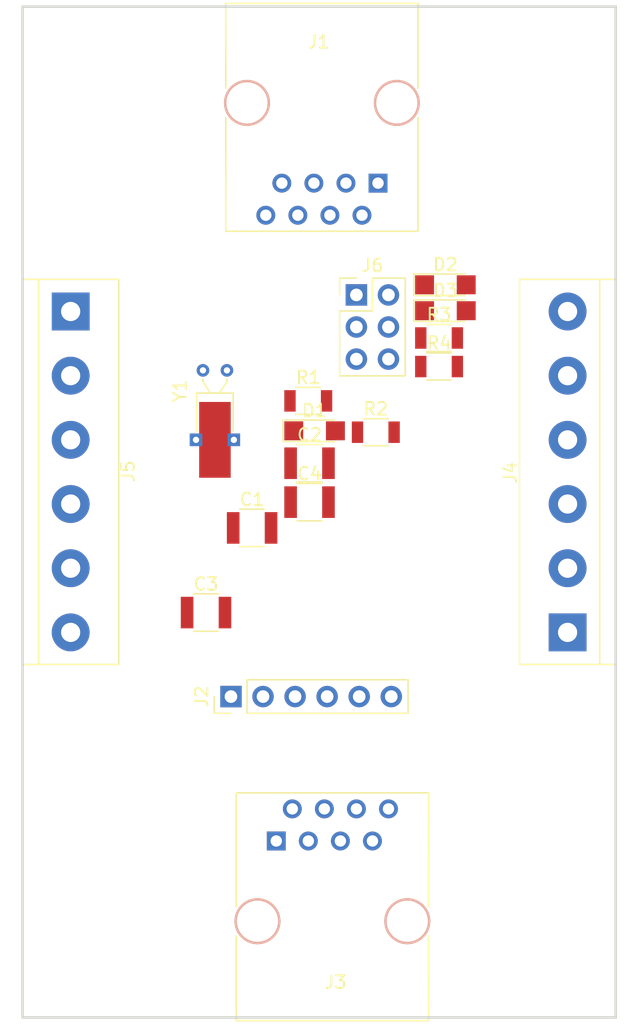
<source format=kicad_pcb>
(kicad_pcb (version 20171130) (host pcbnew 5.0.0-fee4fd1~66~ubuntu18.04.1)

  (general
    (thickness 1.6)
    (drawings 4)
    (tracks 0)
    (zones 0)
    (modules 18)
    (nets 36)
  )

  (page A4)
  (layers
    (0 F.Cu signal)
    (31 B.Cu signal)
    (32 B.Adhes user)
    (33 F.Adhes user)
    (34 B.Paste user)
    (35 F.Paste user)
    (36 B.SilkS user)
    (37 F.SilkS user)
    (38 B.Mask user)
    (39 F.Mask user)
    (40 Dwgs.User user)
    (41 Cmts.User user)
    (42 Eco1.User user)
    (43 Eco2.User user)
    (44 Edge.Cuts user)
    (45 Margin user)
    (46 B.CrtYd user)
    (47 F.CrtYd user)
    (48 B.Fab user)
    (49 F.Fab user)
  )

  (setup
    (last_trace_width 0.25)
    (trace_clearance 0.2)
    (zone_clearance 0.508)
    (zone_45_only no)
    (trace_min 0.2)
    (segment_width 0.2)
    (edge_width 0.15)
    (via_size 0.8)
    (via_drill 0.4)
    (via_min_size 0.4)
    (via_min_drill 0.3)
    (uvia_size 0.3)
    (uvia_drill 0.1)
    (uvias_allowed no)
    (uvia_min_size 0.2)
    (uvia_min_drill 0.1)
    (pcb_text_width 0.3)
    (pcb_text_size 1.5 1.5)
    (mod_edge_width 0.15)
    (mod_text_size 1 1)
    (mod_text_width 0.15)
    (pad_size 1.524 1.524)
    (pad_drill 0.762)
    (pad_to_mask_clearance 0.2)
    (aux_axis_origin 0 0)
    (visible_elements FFFFFF7F)
    (pcbplotparams
      (layerselection 0x010fc_ffffffff)
      (usegerberextensions false)
      (usegerberattributes false)
      (usegerberadvancedattributes false)
      (creategerberjobfile false)
      (excludeedgelayer true)
      (linewidth 0.100000)
      (plotframeref false)
      (viasonmask false)
      (mode 1)
      (useauxorigin false)
      (hpglpennumber 1)
      (hpglpenspeed 20)
      (hpglpendiameter 15.000000)
      (psnegative false)
      (psa4output false)
      (plotreference true)
      (plotvalue true)
      (plotinvisibletext false)
      (padsonsilk false)
      (subtractmaskfromsilk false)
      (outputformat 1)
      (mirror false)
      (drillshape 0)
      (scaleselection 1)
      (outputdirectory "../../../../../tmp/"))
  )

  (net 0 "")
  (net 1 "Net-(C1-Pad1)")
  (net 2 GND)
  (net 3 /RESET)
  (net 4 /DTR)
  (net 5 "Net-(C3-Pad2)")
  (net 6 "Net-(C4-Pad2)")
  (net 7 "Net-(D1-Pad2)")
  (net 8 "Net-(J1-Pad8)")
  (net 9 "Net-(J1-Pad7)")
  (net 10 "Net-(J1-Pad6)")
  (net 11 "Net-(J1-Pad5)")
  (net 12 "Net-(J1-Pad4)")
  (net 13 "Net-(J1-Pad3)")
  (net 14 "Net-(J1-Pad2)")
  (net 15 "Net-(J1-Pad1)")
  (net 16 /TXO)
  (net 17 /RXI)
  (net 18 VCC)
  (net 19 /D13)
  (net 20 "Net-(D2-Pad2)")
  (net 21 "Net-(D3-Pad2)")
  (net 22 /D7)
  (net 23 /D6)
  (net 24 /D5)
  (net 25 /D2)
  (net 26 /D4)
  (net 27 /D3)
  (net 28 /A1)
  (net 29 /A2)
  (net 30 /A0)
  (net 31 /A3)
  (net 32 /A4)
  (net 33 /A5)
  (net 34 /D11)
  (net 35 /D12)

  (net_class Default "This is the default net class."
    (clearance 0.2)
    (trace_width 0.25)
    (via_dia 0.8)
    (via_drill 0.4)
    (uvia_dia 0.3)
    (uvia_drill 0.1)
    (add_net /A0)
    (add_net /A1)
    (add_net /A2)
    (add_net /A3)
    (add_net /A4)
    (add_net /A5)
    (add_net /D11)
    (add_net /D12)
    (add_net /D13)
    (add_net /D2)
    (add_net /D3)
    (add_net /D4)
    (add_net /D5)
    (add_net /D6)
    (add_net /D7)
    (add_net /DTR)
    (add_net /RESET)
    (add_net /RXI)
    (add_net /TXO)
    (add_net GND)
    (add_net "Net-(C1-Pad1)")
    (add_net "Net-(C3-Pad2)")
    (add_net "Net-(C4-Pad2)")
    (add_net "Net-(D1-Pad2)")
    (add_net "Net-(D2-Pad2)")
    (add_net "Net-(D3-Pad2)")
    (add_net "Net-(J1-Pad1)")
    (add_net "Net-(J1-Pad2)")
    (add_net "Net-(J1-Pad3)")
    (add_net "Net-(J1-Pad4)")
    (add_net "Net-(J1-Pad5)")
    (add_net "Net-(J1-Pad6)")
    (add_net "Net-(J1-Pad7)")
    (add_net "Net-(J1-Pad8)")
    (add_net VCC)
  )

  (module Capacitors_SMD:C_1210 (layer F.Cu) (tedit 58AA84E2) (tstamp 5B801FB2)
    (at 108.355001 84.440001)
    (descr "Capacitor SMD 1210, reflow soldering, AVX (see smccp.pdf)")
    (tags "capacitor 1210")
    (path /5B8032BB)
    (attr smd)
    (fp_text reference C1 (at 0 -2.25) (layer F.SilkS)
      (effects (font (size 1 1) (thickness 0.15)))
    )
    (fp_text value 0.1uF (at 0 2.5) (layer F.Fab)
      (effects (font (size 1 1) (thickness 0.15)))
    )
    (fp_text user %R (at 0 -2.25) (layer F.Fab)
      (effects (font (size 1 1) (thickness 0.15)))
    )
    (fp_line (start -1.6 1.25) (end -1.6 -1.25) (layer F.Fab) (width 0.1))
    (fp_line (start 1.6 1.25) (end -1.6 1.25) (layer F.Fab) (width 0.1))
    (fp_line (start 1.6 -1.25) (end 1.6 1.25) (layer F.Fab) (width 0.1))
    (fp_line (start -1.6 -1.25) (end 1.6 -1.25) (layer F.Fab) (width 0.1))
    (fp_line (start 1 -1.48) (end -1 -1.48) (layer F.SilkS) (width 0.12))
    (fp_line (start -1 1.48) (end 1 1.48) (layer F.SilkS) (width 0.12))
    (fp_line (start -2.25 -1.5) (end 2.25 -1.5) (layer F.CrtYd) (width 0.05))
    (fp_line (start -2.25 -1.5) (end -2.25 1.5) (layer F.CrtYd) (width 0.05))
    (fp_line (start 2.25 1.5) (end 2.25 -1.5) (layer F.CrtYd) (width 0.05))
    (fp_line (start 2.25 1.5) (end -2.25 1.5) (layer F.CrtYd) (width 0.05))
    (pad 1 smd rect (at -1.5 0) (size 1 2.5) (layers F.Cu F.Paste F.Mask)
      (net 1 "Net-(C1-Pad1)"))
    (pad 2 smd rect (at 1.5 0) (size 1 2.5) (layers F.Cu F.Paste F.Mask)
      (net 2 GND))
    (model Capacitors_SMD.3dshapes/C_1210.wrl
      (at (xyz 0 0 0))
      (scale (xyz 1 1 1))
      (rotate (xyz 0 0 0))
    )
  )

  (module Capacitors_SMD:C_1210 (layer F.Cu) (tedit 58AA84E2) (tstamp 5B801FC3)
    (at 112.905001 79.320001)
    (descr "Capacitor SMD 1210, reflow soldering, AVX (see smccp.pdf)")
    (tags "capacitor 1210")
    (path /5B801EA3)
    (attr smd)
    (fp_text reference C2 (at 0 -2.25) (layer F.SilkS)
      (effects (font (size 1 1) (thickness 0.15)))
    )
    (fp_text value 0.1uF (at 0 2.5) (layer F.Fab)
      (effects (font (size 1 1) (thickness 0.15)))
    )
    (fp_line (start 2.25 1.5) (end -2.25 1.5) (layer F.CrtYd) (width 0.05))
    (fp_line (start 2.25 1.5) (end 2.25 -1.5) (layer F.CrtYd) (width 0.05))
    (fp_line (start -2.25 -1.5) (end -2.25 1.5) (layer F.CrtYd) (width 0.05))
    (fp_line (start -2.25 -1.5) (end 2.25 -1.5) (layer F.CrtYd) (width 0.05))
    (fp_line (start -1 1.48) (end 1 1.48) (layer F.SilkS) (width 0.12))
    (fp_line (start 1 -1.48) (end -1 -1.48) (layer F.SilkS) (width 0.12))
    (fp_line (start -1.6 -1.25) (end 1.6 -1.25) (layer F.Fab) (width 0.1))
    (fp_line (start 1.6 -1.25) (end 1.6 1.25) (layer F.Fab) (width 0.1))
    (fp_line (start 1.6 1.25) (end -1.6 1.25) (layer F.Fab) (width 0.1))
    (fp_line (start -1.6 1.25) (end -1.6 -1.25) (layer F.Fab) (width 0.1))
    (fp_text user %R (at 0 -2.25) (layer F.Fab)
      (effects (font (size 1 1) (thickness 0.15)))
    )
    (pad 2 smd rect (at 1.5 0) (size 1 2.5) (layers F.Cu F.Paste F.Mask)
      (net 3 /RESET))
    (pad 1 smd rect (at -1.5 0) (size 1 2.5) (layers F.Cu F.Paste F.Mask)
      (net 4 /DTR))
    (model Capacitors_SMD.3dshapes/C_1210.wrl
      (at (xyz 0 0 0))
      (scale (xyz 1 1 1))
      (rotate (xyz 0 0 0))
    )
  )

  (module Capacitors_SMD:C_1210 (layer F.Cu) (tedit 58AA84E2) (tstamp 5B801FD4)
    (at 104.705001 91.140001)
    (descr "Capacitor SMD 1210, reflow soldering, AVX (see smccp.pdf)")
    (tags "capacitor 1210")
    (path /5B80297F)
    (attr smd)
    (fp_text reference C3 (at 0 -2.25) (layer F.SilkS)
      (effects (font (size 1 1) (thickness 0.15)))
    )
    (fp_text value 22pF (at 0 2.5) (layer F.Fab)
      (effects (font (size 1 1) (thickness 0.15)))
    )
    (fp_text user %R (at 0 -2.25) (layer F.Fab)
      (effects (font (size 1 1) (thickness 0.15)))
    )
    (fp_line (start -1.6 1.25) (end -1.6 -1.25) (layer F.Fab) (width 0.1))
    (fp_line (start 1.6 1.25) (end -1.6 1.25) (layer F.Fab) (width 0.1))
    (fp_line (start 1.6 -1.25) (end 1.6 1.25) (layer F.Fab) (width 0.1))
    (fp_line (start -1.6 -1.25) (end 1.6 -1.25) (layer F.Fab) (width 0.1))
    (fp_line (start 1 -1.48) (end -1 -1.48) (layer F.SilkS) (width 0.12))
    (fp_line (start -1 1.48) (end 1 1.48) (layer F.SilkS) (width 0.12))
    (fp_line (start -2.25 -1.5) (end 2.25 -1.5) (layer F.CrtYd) (width 0.05))
    (fp_line (start -2.25 -1.5) (end -2.25 1.5) (layer F.CrtYd) (width 0.05))
    (fp_line (start 2.25 1.5) (end 2.25 -1.5) (layer F.CrtYd) (width 0.05))
    (fp_line (start 2.25 1.5) (end -2.25 1.5) (layer F.CrtYd) (width 0.05))
    (pad 1 smd rect (at -1.5 0) (size 1 2.5) (layers F.Cu F.Paste F.Mask)
      (net 2 GND))
    (pad 2 smd rect (at 1.5 0) (size 1 2.5) (layers F.Cu F.Paste F.Mask)
      (net 5 "Net-(C3-Pad2)"))
    (model Capacitors_SMD.3dshapes/C_1210.wrl
      (at (xyz 0 0 0))
      (scale (xyz 1 1 1))
      (rotate (xyz 0 0 0))
    )
  )

  (module Capacitors_SMD:C_1210 (layer F.Cu) (tedit 58AA84E2) (tstamp 5B801FE5)
    (at 112.905001 82.400001)
    (descr "Capacitor SMD 1210, reflow soldering, AVX (see smccp.pdf)")
    (tags "capacitor 1210")
    (path /5B802A06)
    (attr smd)
    (fp_text reference C4 (at 0 -2.25) (layer F.SilkS)
      (effects (font (size 1 1) (thickness 0.15)))
    )
    (fp_text value 22pF (at 0 2.5) (layer F.Fab)
      (effects (font (size 1 1) (thickness 0.15)))
    )
    (fp_line (start 2.25 1.5) (end -2.25 1.5) (layer F.CrtYd) (width 0.05))
    (fp_line (start 2.25 1.5) (end 2.25 -1.5) (layer F.CrtYd) (width 0.05))
    (fp_line (start -2.25 -1.5) (end -2.25 1.5) (layer F.CrtYd) (width 0.05))
    (fp_line (start -2.25 -1.5) (end 2.25 -1.5) (layer F.CrtYd) (width 0.05))
    (fp_line (start -1 1.48) (end 1 1.48) (layer F.SilkS) (width 0.12))
    (fp_line (start 1 -1.48) (end -1 -1.48) (layer F.SilkS) (width 0.12))
    (fp_line (start -1.6 -1.25) (end 1.6 -1.25) (layer F.Fab) (width 0.1))
    (fp_line (start 1.6 -1.25) (end 1.6 1.25) (layer F.Fab) (width 0.1))
    (fp_line (start 1.6 1.25) (end -1.6 1.25) (layer F.Fab) (width 0.1))
    (fp_line (start -1.6 1.25) (end -1.6 -1.25) (layer F.Fab) (width 0.1))
    (fp_text user %R (at 0 -2.25) (layer F.Fab)
      (effects (font (size 1 1) (thickness 0.15)))
    )
    (pad 2 smd rect (at 1.5 0) (size 1 2.5) (layers F.Cu F.Paste F.Mask)
      (net 6 "Net-(C4-Pad2)"))
    (pad 1 smd rect (at -1.5 0) (size 1 2.5) (layers F.Cu F.Paste F.Mask)
      (net 2 GND))
    (model Capacitors_SMD.3dshapes/C_1210.wrl
      (at (xyz 0 0 0))
      (scale (xyz 1 1 1))
      (rotate (xyz 0 0 0))
    )
  )

  (module LEDs:LED_1206 (layer F.Cu) (tedit 57FE943C) (tstamp 5B801FFA)
    (at 113.305001 76.755001)
    (descr "LED 1206 smd package")
    (tags "LED led 1206 SMD smd SMT smt smdled SMDLED smtled SMTLED")
    (path /5B803F7C)
    (attr smd)
    (fp_text reference D1 (at 0 -1.6) (layer F.SilkS)
      (effects (font (size 1 1) (thickness 0.15)))
    )
    (fp_text value LED (at 0 1.7) (layer F.Fab)
      (effects (font (size 1 1) (thickness 0.15)))
    )
    (fp_line (start -2.65 -1) (end 2.65 -1) (layer F.CrtYd) (width 0.05))
    (fp_line (start -2.65 1) (end -2.65 -1) (layer F.CrtYd) (width 0.05))
    (fp_line (start 2.65 1) (end -2.65 1) (layer F.CrtYd) (width 0.05))
    (fp_line (start 2.65 -1) (end 2.65 1) (layer F.CrtYd) (width 0.05))
    (fp_line (start -2.45 -0.85) (end 1.6 -0.85) (layer F.SilkS) (width 0.12))
    (fp_line (start -2.45 0.85) (end 1.6 0.85) (layer F.SilkS) (width 0.12))
    (fp_line (start -1.6 0.8) (end -1.6 -0.8) (layer F.Fab) (width 0.1))
    (fp_line (start -1.6 -0.8) (end 1.6 -0.8) (layer F.Fab) (width 0.1))
    (fp_line (start 1.6 -0.8) (end 1.6 0.8) (layer F.Fab) (width 0.1))
    (fp_line (start 1.6 0.8) (end -1.6 0.8) (layer F.Fab) (width 0.1))
    (fp_line (start 0.2 -0.4) (end 0.2 0.4) (layer F.Fab) (width 0.1))
    (fp_line (start 0.2 0.4) (end -0.4 0) (layer F.Fab) (width 0.1))
    (fp_line (start -0.4 0) (end 0.2 -0.4) (layer F.Fab) (width 0.1))
    (fp_line (start -0.45 -0.4) (end -0.45 0.4) (layer F.Fab) (width 0.1))
    (fp_line (start -2.5 -0.85) (end -2.5 0.85) (layer F.SilkS) (width 0.12))
    (pad 1 smd rect (at -1.65 0 180) (size 1.5 1.5) (layers F.Cu F.Paste F.Mask)
      (net 2 GND))
    (pad 2 smd rect (at 1.65 0 180) (size 1.5 1.5) (layers F.Cu F.Paste F.Mask)
      (net 7 "Net-(D1-Pad2)"))
    (model ${KISYS3DMOD}/LEDs.3dshapes/LED_1206.wrl
      (at (xyz 0 0 0))
      (scale (xyz 1 1 1))
      (rotate (xyz 0 0 180))
    )
  )

  (module Connect:RJ45_8 (layer F.Cu) (tedit 0) (tstamp 5B8028EA)
    (at 118.33 57.15 180)
    (tags RJ45)
    (path /5B800A27)
    (fp_text reference J1 (at 4.7 11.18 180) (layer F.SilkS)
      (effects (font (size 1 1) (thickness 0.15)))
    )
    (fp_text value 8P8C (at 4.59 6.25 180) (layer F.Fab)
      (effects (font (size 1 1) (thickness 0.15)))
    )
    (fp_line (start 12.46 14.47) (end -3.56 14.47) (layer F.CrtYd) (width 0.05))
    (fp_line (start 12.46 14.47) (end 12.46 -4.06) (layer F.CrtYd) (width 0.05))
    (fp_line (start -3.56 -4.06) (end -3.56 14.47) (layer F.CrtYd) (width 0.05))
    (fp_line (start -3.56 -4.06) (end 12.46 -4.06) (layer F.CrtYd) (width 0.05))
    (fp_line (start -3.17 7.51) (end -3.17 14.22) (layer F.SilkS) (width 0.12))
    (fp_line (start 12.06 7.52) (end 12.07 14.22) (layer F.SilkS) (width 0.12))
    (fp_line (start -3.17 -3.81) (end -3.17 5.19) (layer F.SilkS) (width 0.12))
    (fp_line (start 12.07 -3.81) (end -3.17 -3.81) (layer F.SilkS) (width 0.12))
    (fp_line (start 12.07 -3.81) (end 12.06 5.18) (layer F.SilkS) (width 0.12))
    (fp_line (start -3.17 14.22) (end 12.07 14.22) (layer F.SilkS) (width 0.12))
    (pad 8 thru_hole circle (at 8.89 -2.54 180) (size 1.5 1.5) (drill 0.9) (layers *.Cu *.Mask)
      (net 8 "Net-(J1-Pad8)"))
    (pad 7 thru_hole circle (at 7.62 0 180) (size 1.5 1.5) (drill 0.9) (layers *.Cu *.Mask)
      (net 9 "Net-(J1-Pad7)"))
    (pad 6 thru_hole circle (at 6.35 -2.54 180) (size 1.5 1.5) (drill 0.9) (layers *.Cu *.Mask)
      (net 10 "Net-(J1-Pad6)"))
    (pad 5 thru_hole circle (at 5.08 0 180) (size 1.5 1.5) (drill 0.9) (layers *.Cu *.Mask)
      (net 11 "Net-(J1-Pad5)"))
    (pad 4 thru_hole circle (at 3.81 -2.54 180) (size 1.5 1.5) (drill 0.9) (layers *.Cu *.Mask)
      (net 12 "Net-(J1-Pad4)"))
    (pad 3 thru_hole circle (at 2.54 0 180) (size 1.5 1.5) (drill 0.9) (layers *.Cu *.Mask)
      (net 13 "Net-(J1-Pad3)"))
    (pad 2 thru_hole circle (at 1.27 -2.54 180) (size 1.5 1.5) (drill 0.9) (layers *.Cu *.Mask)
      (net 14 "Net-(J1-Pad2)"))
    (pad 1 thru_hole rect (at 0 0 180) (size 1.5 1.5) (drill 0.9) (layers *.Cu *.Mask)
      (net 15 "Net-(J1-Pad1)"))
    (pad Hole np_thru_hole circle (at -1.49 6.35 180) (size 3.65 3.65) (drill 3.25) (layers *.Cu *.SilkS *.Mask))
    (pad Hole np_thru_hole circle (at 10.38 6.35 180) (size 3.65 3.65) (drill 3.25) (layers *.Cu *.SilkS *.Mask))
    (model ${KISYS3DMOD}/Connectors.3dshapes/RJ45_8.wrl
      (offset (xyz 4.571999931335449 -6.349999904632568 0))
      (scale (xyz 0.4 0.4 0.4))
      (rotate (xyz 0 0 0))
    )
  )

  (module Pin_Headers:Pin_Header_Straight_1x06_Pitch2.54mm (layer F.Cu) (tedit 59650532) (tstamp 5B80202C)
    (at 106.68 97.79 90)
    (descr "Through hole straight pin header, 1x06, 2.54mm pitch, single row")
    (tags "Through hole pin header THT 1x06 2.54mm single row")
    (path /5B80190C)
    (fp_text reference J2 (at 0 -2.33 90) (layer F.SilkS)
      (effects (font (size 1 1) (thickness 0.15)))
    )
    (fp_text value Conn_01x06_Male (at 0 15.03 90) (layer F.Fab)
      (effects (font (size 1 1) (thickness 0.15)))
    )
    (fp_text user %R (at 0 6.35 180) (layer F.Fab)
      (effects (font (size 1 1) (thickness 0.15)))
    )
    (fp_line (start 1.8 -1.8) (end -1.8 -1.8) (layer F.CrtYd) (width 0.05))
    (fp_line (start 1.8 14.5) (end 1.8 -1.8) (layer F.CrtYd) (width 0.05))
    (fp_line (start -1.8 14.5) (end 1.8 14.5) (layer F.CrtYd) (width 0.05))
    (fp_line (start -1.8 -1.8) (end -1.8 14.5) (layer F.CrtYd) (width 0.05))
    (fp_line (start -1.33 -1.33) (end 0 -1.33) (layer F.SilkS) (width 0.12))
    (fp_line (start -1.33 0) (end -1.33 -1.33) (layer F.SilkS) (width 0.12))
    (fp_line (start -1.33 1.27) (end 1.33 1.27) (layer F.SilkS) (width 0.12))
    (fp_line (start 1.33 1.27) (end 1.33 14.03) (layer F.SilkS) (width 0.12))
    (fp_line (start -1.33 1.27) (end -1.33 14.03) (layer F.SilkS) (width 0.12))
    (fp_line (start -1.33 14.03) (end 1.33 14.03) (layer F.SilkS) (width 0.12))
    (fp_line (start -1.27 -0.635) (end -0.635 -1.27) (layer F.Fab) (width 0.1))
    (fp_line (start -1.27 13.97) (end -1.27 -0.635) (layer F.Fab) (width 0.1))
    (fp_line (start 1.27 13.97) (end -1.27 13.97) (layer F.Fab) (width 0.1))
    (fp_line (start 1.27 -1.27) (end 1.27 13.97) (layer F.Fab) (width 0.1))
    (fp_line (start -0.635 -1.27) (end 1.27 -1.27) (layer F.Fab) (width 0.1))
    (pad 6 thru_hole oval (at 0 12.7 90) (size 1.7 1.7) (drill 1) (layers *.Cu *.Mask)
      (net 4 /DTR))
    (pad 5 thru_hole oval (at 0 10.16 90) (size 1.7 1.7) (drill 1) (layers *.Cu *.Mask)
      (net 16 /TXO))
    (pad 4 thru_hole oval (at 0 7.62 90) (size 1.7 1.7) (drill 1) (layers *.Cu *.Mask)
      (net 17 /RXI))
    (pad 3 thru_hole oval (at 0 5.08 90) (size 1.7 1.7) (drill 1) (layers *.Cu *.Mask)
      (net 18 VCC))
    (pad 2 thru_hole oval (at 0 2.54 90) (size 1.7 1.7) (drill 1) (layers *.Cu *.Mask)
      (net 2 GND))
    (pad 1 thru_hole rect (at 0 0 90) (size 1.7 1.7) (drill 1) (layers *.Cu *.Mask)
      (net 2 GND))
    (model ${KISYS3DMOD}/Pin_Headers.3dshapes/Pin_Header_Straight_1x06_Pitch2.54mm.wrl
      (at (xyz 0 0 0))
      (scale (xyz 1 1 1))
      (rotate (xyz 0 0 0))
    )
  )

  (module Connect:RJ45_8 (layer F.Cu) (tedit 0) (tstamp 5B802044)
    (at 110.27 109.22)
    (tags RJ45)
    (path /5B800B3B)
    (fp_text reference J3 (at 4.7 11.18) (layer F.SilkS)
      (effects (font (size 1 1) (thickness 0.15)))
    )
    (fp_text value 8P8C (at 4.59 6.25) (layer F.Fab)
      (effects (font (size 1 1) (thickness 0.15)))
    )
    (fp_line (start -3.17 14.22) (end 12.07 14.22) (layer F.SilkS) (width 0.12))
    (fp_line (start 12.07 -3.81) (end 12.06 5.18) (layer F.SilkS) (width 0.12))
    (fp_line (start 12.07 -3.81) (end -3.17 -3.81) (layer F.SilkS) (width 0.12))
    (fp_line (start -3.17 -3.81) (end -3.17 5.19) (layer F.SilkS) (width 0.12))
    (fp_line (start 12.06 7.52) (end 12.07 14.22) (layer F.SilkS) (width 0.12))
    (fp_line (start -3.17 7.51) (end -3.17 14.22) (layer F.SilkS) (width 0.12))
    (fp_line (start -3.56 -4.06) (end 12.46 -4.06) (layer F.CrtYd) (width 0.05))
    (fp_line (start -3.56 -4.06) (end -3.56 14.47) (layer F.CrtYd) (width 0.05))
    (fp_line (start 12.46 14.47) (end 12.46 -4.06) (layer F.CrtYd) (width 0.05))
    (fp_line (start 12.46 14.47) (end -3.56 14.47) (layer F.CrtYd) (width 0.05))
    (pad Hole np_thru_hole circle (at 10.38 6.35) (size 3.65 3.65) (drill 3.25) (layers *.Cu *.SilkS *.Mask))
    (pad Hole np_thru_hole circle (at -1.49 6.35) (size 3.65 3.65) (drill 3.25) (layers *.Cu *.SilkS *.Mask))
    (pad 1 thru_hole rect (at 0 0) (size 1.5 1.5) (drill 0.9) (layers *.Cu *.Mask)
      (net 15 "Net-(J1-Pad1)"))
    (pad 2 thru_hole circle (at 1.27 -2.54) (size 1.5 1.5) (drill 0.9) (layers *.Cu *.Mask)
      (net 14 "Net-(J1-Pad2)"))
    (pad 3 thru_hole circle (at 2.54 0) (size 1.5 1.5) (drill 0.9) (layers *.Cu *.Mask)
      (net 13 "Net-(J1-Pad3)"))
    (pad 4 thru_hole circle (at 3.81 -2.54) (size 1.5 1.5) (drill 0.9) (layers *.Cu *.Mask)
      (net 12 "Net-(J1-Pad4)"))
    (pad 5 thru_hole circle (at 5.08 0) (size 1.5 1.5) (drill 0.9) (layers *.Cu *.Mask)
      (net 11 "Net-(J1-Pad5)"))
    (pad 6 thru_hole circle (at 6.35 -2.54) (size 1.5 1.5) (drill 0.9) (layers *.Cu *.Mask)
      (net 10 "Net-(J1-Pad6)"))
    (pad 7 thru_hole circle (at 7.62 0) (size 1.5 1.5) (drill 0.9) (layers *.Cu *.Mask)
      (net 9 "Net-(J1-Pad7)"))
    (pad 8 thru_hole circle (at 8.89 -2.54) (size 1.5 1.5) (drill 0.9) (layers *.Cu *.Mask)
      (net 8 "Net-(J1-Pad8)"))
    (model ${KISYS3DMOD}/Connectors.3dshapes/RJ45_8.wrl
      (offset (xyz 4.571999931335449 -6.349999904632568 0))
      (scale (xyz 0.4 0.4 0.4))
      (rotate (xyz 0 0 0))
    )
  )

  (module Terminal_Blocks:TerminalBlock_bornier-6_P5.08mm (layer F.Cu) (tedit 59FF03F5) (tstamp 5B80205D)
    (at 133.35 92.71 90)
    (descr "simple 6pin terminal block, pitch 5.08mm, revamped version of bornier6")
    (tags "terminal block bornier6")
    (path /5B80083C)
    (fp_text reference J4 (at 12.65 -4.55 90) (layer F.SilkS)
      (effects (font (size 1 1) (thickness 0.15)))
    )
    (fp_text value Screw_Terminal_01x06 (at 12.7 4.75 90) (layer F.Fab)
      (effects (font (size 1 1) (thickness 0.15)))
    )
    (fp_line (start 28.15 4) (end -2.75 4) (layer F.CrtYd) (width 0.05))
    (fp_line (start 28.15 4) (end 28.15 -4) (layer F.CrtYd) (width 0.05))
    (fp_line (start -2.75 -4) (end -2.75 4) (layer F.CrtYd) (width 0.05))
    (fp_line (start -2.75 -4) (end 28.15 -4) (layer F.CrtYd) (width 0.05))
    (fp_line (start -2.54 3.81) (end 27.94 3.81) (layer F.SilkS) (width 0.12))
    (fp_line (start -2.54 -3.81) (end 27.94 -3.81) (layer F.SilkS) (width 0.12))
    (fp_line (start -2.54 2.54) (end 27.94 2.54) (layer F.SilkS) (width 0.12))
    (fp_line (start 27.94 3.81) (end 27.94 -3.81) (layer F.SilkS) (width 0.12))
    (fp_line (start -2.54 -3.81) (end -2.54 3.81) (layer F.SilkS) (width 0.12))
    (fp_line (start 27.9 -3.75) (end -2.5 -3.75) (layer F.Fab) (width 0.1))
    (fp_line (start 27.9 3.75) (end 27.9 -3.75) (layer F.Fab) (width 0.1))
    (fp_line (start -2.5 3.75) (end 27.9 3.75) (layer F.Fab) (width 0.1))
    (fp_line (start -2.5 -3.75) (end -2.5 3.75) (layer F.Fab) (width 0.1))
    (fp_line (start -2.5 2.55) (end 27.9 2.55) (layer F.Fab) (width 0.1))
    (fp_text user %R (at 12.7 0 90) (layer F.Fab)
      (effects (font (size 1 1) (thickness 0.15)))
    )
    (pad 6 thru_hole circle (at 25.4 0 90) (size 3 3) (drill 1.52) (layers *.Cu *.Mask)
      (net 22 /D7))
    (pad 5 thru_hole circle (at 20.32 0 90) (size 3 3) (drill 1.52) (layers *.Cu *.Mask)
      (net 23 /D6))
    (pad 4 thru_hole circle (at 15.24 0 90) (size 3 3) (drill 1.52) (layers *.Cu *.Mask)
      (net 24 /D5))
    (pad 1 thru_hole rect (at 0 0 90) (size 3 3) (drill 1.52) (layers *.Cu *.Mask)
      (net 25 /D2))
    (pad 3 thru_hole circle (at 10.16 0 90) (size 3 3) (drill 1.52) (layers *.Cu *.Mask)
      (net 26 /D4))
    (pad 2 thru_hole circle (at 5.08 0 90) (size 3 3) (drill 1.52) (layers *.Cu *.Mask)
      (net 27 /D3))
    (model ${KISYS3DMOD}/Terminal_Blocks.3dshapes/TerminalBlock_bornier-6_P5.08mm.wrl
      (offset (xyz 12.69999980926514 0 0))
      (scale (xyz 1 1 1))
      (rotate (xyz 0 0 0))
    )
  )

  (module Terminal_Blocks:TerminalBlock_bornier-6_P5.08mm (layer F.Cu) (tedit 59FF03F5) (tstamp 5B802076)
    (at 93.98 67.31 270)
    (descr "simple 6pin terminal block, pitch 5.08mm, revamped version of bornier6")
    (tags "terminal block bornier6")
    (path /5B8008D2)
    (fp_text reference J5 (at 12.65 -4.55 270) (layer F.SilkS)
      (effects (font (size 1 1) (thickness 0.15)))
    )
    (fp_text value Screw_Terminal_01x06 (at 12.7 4.75 270) (layer F.Fab)
      (effects (font (size 1 1) (thickness 0.15)))
    )
    (fp_text user %R (at 12.7 0 270) (layer F.Fab)
      (effects (font (size 1 1) (thickness 0.15)))
    )
    (fp_line (start -2.5 2.55) (end 27.9 2.55) (layer F.Fab) (width 0.1))
    (fp_line (start -2.5 -3.75) (end -2.5 3.75) (layer F.Fab) (width 0.1))
    (fp_line (start -2.5 3.75) (end 27.9 3.75) (layer F.Fab) (width 0.1))
    (fp_line (start 27.9 3.75) (end 27.9 -3.75) (layer F.Fab) (width 0.1))
    (fp_line (start 27.9 -3.75) (end -2.5 -3.75) (layer F.Fab) (width 0.1))
    (fp_line (start -2.54 -3.81) (end -2.54 3.81) (layer F.SilkS) (width 0.12))
    (fp_line (start 27.94 3.81) (end 27.94 -3.81) (layer F.SilkS) (width 0.12))
    (fp_line (start -2.54 2.54) (end 27.94 2.54) (layer F.SilkS) (width 0.12))
    (fp_line (start -2.54 -3.81) (end 27.94 -3.81) (layer F.SilkS) (width 0.12))
    (fp_line (start -2.54 3.81) (end 27.94 3.81) (layer F.SilkS) (width 0.12))
    (fp_line (start -2.75 -4) (end 28.15 -4) (layer F.CrtYd) (width 0.05))
    (fp_line (start -2.75 -4) (end -2.75 4) (layer F.CrtYd) (width 0.05))
    (fp_line (start 28.15 4) (end 28.15 -4) (layer F.CrtYd) (width 0.05))
    (fp_line (start 28.15 4) (end -2.75 4) (layer F.CrtYd) (width 0.05))
    (pad 2 thru_hole circle (at 5.08 0 270) (size 3 3) (drill 1.52) (layers *.Cu *.Mask)
      (net 28 /A1))
    (pad 3 thru_hole circle (at 10.16 0 270) (size 3 3) (drill 1.52) (layers *.Cu *.Mask)
      (net 29 /A2))
    (pad 1 thru_hole rect (at 0 0 270) (size 3 3) (drill 1.52) (layers *.Cu *.Mask)
      (net 30 /A0))
    (pad 4 thru_hole circle (at 15.24 0 270) (size 3 3) (drill 1.52) (layers *.Cu *.Mask)
      (net 31 /A3))
    (pad 5 thru_hole circle (at 20.32 0 270) (size 3 3) (drill 1.52) (layers *.Cu *.Mask)
      (net 32 /A4))
    (pad 6 thru_hole circle (at 25.4 0 270) (size 3 3) (drill 1.52) (layers *.Cu *.Mask)
      (net 33 /A5))
    (model ${KISYS3DMOD}/Terminal_Blocks.3dshapes/TerminalBlock_bornier-6_P5.08mm.wrl
      (offset (xyz 12.69999980926514 0 0))
      (scale (xyz 1 1 1))
      (rotate (xyz 0 0 0))
    )
  )

  (module Resistors_SMD:R_1206 (layer F.Cu) (tedit 58E0A804) (tstamp 5B802087)
    (at 112.805001 74.385001)
    (descr "Resistor SMD 1206, reflow soldering, Vishay (see dcrcw.pdf)")
    (tags "resistor 1206")
    (path /5B801FA6)
    (attr smd)
    (fp_text reference R1 (at 0 -1.85) (layer F.SilkS)
      (effects (font (size 1 1) (thickness 0.15)))
    )
    (fp_text value 10k (at 0 1.95) (layer F.Fab)
      (effects (font (size 1 1) (thickness 0.15)))
    )
    (fp_line (start 2.15 1.1) (end -2.15 1.1) (layer F.CrtYd) (width 0.05))
    (fp_line (start 2.15 1.1) (end 2.15 -1.11) (layer F.CrtYd) (width 0.05))
    (fp_line (start -2.15 -1.11) (end -2.15 1.1) (layer F.CrtYd) (width 0.05))
    (fp_line (start -2.15 -1.11) (end 2.15 -1.11) (layer F.CrtYd) (width 0.05))
    (fp_line (start -1 -1.07) (end 1 -1.07) (layer F.SilkS) (width 0.12))
    (fp_line (start 1 1.07) (end -1 1.07) (layer F.SilkS) (width 0.12))
    (fp_line (start -1.6 -0.8) (end 1.6 -0.8) (layer F.Fab) (width 0.1))
    (fp_line (start 1.6 -0.8) (end 1.6 0.8) (layer F.Fab) (width 0.1))
    (fp_line (start 1.6 0.8) (end -1.6 0.8) (layer F.Fab) (width 0.1))
    (fp_line (start -1.6 0.8) (end -1.6 -0.8) (layer F.Fab) (width 0.1))
    (fp_text user %R (at 0 0) (layer F.Fab)
      (effects (font (size 0.7 0.7) (thickness 0.105)))
    )
    (pad 2 smd rect (at 1.45 0) (size 0.9 1.7) (layers F.Cu F.Paste F.Mask)
      (net 2 GND))
    (pad 1 smd rect (at -1.45 0) (size 0.9 1.7) (layers F.Cu F.Paste F.Mask)
      (net 3 /RESET))
    (model ${KISYS3DMOD}/Resistors_SMD.3dshapes/R_1206.wrl
      (at (xyz 0 0 0))
      (scale (xyz 1 1 1))
      (rotate (xyz 0 0 0))
    )
  )

  (module Resistors_SMD:R_1206 (layer F.Cu) (tedit 58E0A804) (tstamp 5B802098)
    (at 118.155001 76.865001)
    (descr "Resistor SMD 1206, reflow soldering, Vishay (see dcrcw.pdf)")
    (tags "resistor 1206")
    (path /5B80408E)
    (attr smd)
    (fp_text reference R2 (at 0 -1.85) (layer F.SilkS)
      (effects (font (size 1 1) (thickness 0.15)))
    )
    (fp_text value 330 (at 0 1.95) (layer F.Fab)
      (effects (font (size 1 1) (thickness 0.15)))
    )
    (fp_text user %R (at 0 0) (layer F.Fab)
      (effects (font (size 0.7 0.7) (thickness 0.105)))
    )
    (fp_line (start -1.6 0.8) (end -1.6 -0.8) (layer F.Fab) (width 0.1))
    (fp_line (start 1.6 0.8) (end -1.6 0.8) (layer F.Fab) (width 0.1))
    (fp_line (start 1.6 -0.8) (end 1.6 0.8) (layer F.Fab) (width 0.1))
    (fp_line (start -1.6 -0.8) (end 1.6 -0.8) (layer F.Fab) (width 0.1))
    (fp_line (start 1 1.07) (end -1 1.07) (layer F.SilkS) (width 0.12))
    (fp_line (start -1 -1.07) (end 1 -1.07) (layer F.SilkS) (width 0.12))
    (fp_line (start -2.15 -1.11) (end 2.15 -1.11) (layer F.CrtYd) (width 0.05))
    (fp_line (start -2.15 -1.11) (end -2.15 1.1) (layer F.CrtYd) (width 0.05))
    (fp_line (start 2.15 1.1) (end 2.15 -1.11) (layer F.CrtYd) (width 0.05))
    (fp_line (start 2.15 1.1) (end -2.15 1.1) (layer F.CrtYd) (width 0.05))
    (pad 1 smd rect (at -1.45 0) (size 0.9 1.7) (layers F.Cu F.Paste F.Mask)
      (net 7 "Net-(D1-Pad2)"))
    (pad 2 smd rect (at 1.45 0) (size 0.9 1.7) (layers F.Cu F.Paste F.Mask)
      (net 19 /D13))
    (model ${KISYS3DMOD}/Resistors_SMD.3dshapes/R_1206.wrl
      (at (xyz 0 0 0))
      (scale (xyz 1 1 1))
      (rotate (xyz 0 0 0))
    )
  )

  (module Crystals:Crystal_DS26_d2.0mm_l6.0mm_Horizontal_1EP_style2 (layer F.Cu) (tedit 58CD2F72) (tstamp 5B8020B6)
    (at 104.46 71.97)
    (descr "Crystal THT DS26 6.0mm length 2.0mm diameter http://www.microcrystal.com/images/_Product-Documentation/03_TF_metal_Packages/01_Datasheet/DS-Series.pdf")
    (tags ['DS26'])
    (path /5B80237D)
    (fp_text reference Y1 (at -1.82 1.625 90) (layer F.SilkS)
      (effects (font (size 1 1) (thickness 0.15)))
    )
    (fp_text value Crystal (at 3.72 1.625 90) (layer F.Fab)
      (effects (font (size 1 1) (thickness 0.15)))
    )
    (fp_line (start 3.2 -0.8) (end -1.3 -0.8) (layer F.CrtYd) (width 0.05))
    (fp_line (start 3.2 8.8) (end 3.2 -0.8) (layer F.CrtYd) (width 0.05))
    (fp_line (start -1.3 8.8) (end 3.2 8.8) (layer F.CrtYd) (width 0.05))
    (fp_line (start -1.3 -0.8) (end -1.3 8.8) (layer F.CrtYd) (width 0.05))
    (fp_line (start 1.9 0.9) (end 1.9 0.7) (layer F.SilkS) (width 0.12))
    (fp_line (start 1.3 1.8) (end 1.9 0.9) (layer F.SilkS) (width 0.12))
    (fp_line (start 0 0.9) (end 0 0.7) (layer F.SilkS) (width 0.12))
    (fp_line (start 0.6 1.8) (end 0 0.9) (layer F.SilkS) (width 0.12))
    (fp_line (start 2.4 1.8) (end 2.4 4.8) (layer F.SilkS) (width 0.12))
    (fp_line (start -0.5 1.8) (end 2.4 1.8) (layer F.SilkS) (width 0.12))
    (fp_line (start -0.5 4.8) (end -0.5 1.8) (layer F.SilkS) (width 0.12))
    (fp_line (start -0.55 5.5) (end 2.45 5.5) (layer F.Fab) (width 0.1))
    (fp_line (start 1.9 1) (end 1.9 0) (layer F.Fab) (width 0.1))
    (fp_line (start 1.3 2) (end 1.9 1) (layer F.Fab) (width 0.1))
    (fp_line (start 0 1) (end 0 0) (layer F.Fab) (width 0.1))
    (fp_line (start 0.6 2) (end 0 1) (layer F.Fab) (width 0.1))
    (fp_line (start 1.95 2) (end -0.05 2) (layer F.Fab) (width 0.1))
    (fp_line (start 1.95 8) (end 1.95 2) (layer F.Fab) (width 0.1))
    (fp_line (start -0.05 8) (end 1.95 8) (layer F.Fab) (width 0.1))
    (fp_line (start -0.05 2) (end -0.05 8) (layer F.Fab) (width 0.1))
    (fp_text user %R (at -0.75 2.5 90) (layer F.Fab)
      (effects (font (size 1 1) (thickness 0.15)))
    )
    (pad 3 thru_hole rect (at 2.45 5.5) (size 1 1) (drill 0.5) (layers *.Cu *.Mask))
    (pad 3 thru_hole rect (at -0.55 5.5) (size 1 1) (drill 0.5) (layers *.Cu *.Mask))
    (pad 3 smd rect (at 0.95 5.5) (size 2.5 6) (layers F.Cu F.Paste F.Mask))
    (pad 2 thru_hole circle (at 1.9 0) (size 1 1) (drill 0.5) (layers *.Cu *.Mask)
      (net 6 "Net-(C4-Pad2)"))
    (pad 1 thru_hole circle (at 0 0) (size 1 1) (drill 0.5) (layers *.Cu *.Mask)
      (net 5 "Net-(C3-Pad2)"))
    (model ${KISYS3DMOD}/Crystals.3dshapes/Crystal_DS26_d2.0mm_l6.0mm_Horizontal_1EP_style2.wrl
      (at (xyz 0 0 0))
      (scale (xyz 0.393701 0.393701 0.393701))
      (rotate (xyz 0 0 0))
    )
  )

  (module LEDs:LED_1206 (layer F.Cu) (tedit 57FE943C) (tstamp 5B80296E)
    (at 123.667418 65.19824)
    (descr "LED 1206 smd package")
    (tags "LED led 1206 SMD smd SMT smt smdled SMDLED smtled SMTLED")
    (path /5B807580)
    (attr smd)
    (fp_text reference D2 (at 0 -1.6) (layer F.SilkS)
      (effects (font (size 1 1) (thickness 0.15)))
    )
    (fp_text value LED (at 0 1.7) (layer F.Fab)
      (effects (font (size 1 1) (thickness 0.15)))
    )
    (fp_line (start -2.65 -1) (end 2.65 -1) (layer F.CrtYd) (width 0.05))
    (fp_line (start -2.65 1) (end -2.65 -1) (layer F.CrtYd) (width 0.05))
    (fp_line (start 2.65 1) (end -2.65 1) (layer F.CrtYd) (width 0.05))
    (fp_line (start 2.65 -1) (end 2.65 1) (layer F.CrtYd) (width 0.05))
    (fp_line (start -2.45 -0.85) (end 1.6 -0.85) (layer F.SilkS) (width 0.12))
    (fp_line (start -2.45 0.85) (end 1.6 0.85) (layer F.SilkS) (width 0.12))
    (fp_line (start -1.6 0.8) (end -1.6 -0.8) (layer F.Fab) (width 0.1))
    (fp_line (start -1.6 -0.8) (end 1.6 -0.8) (layer F.Fab) (width 0.1))
    (fp_line (start 1.6 -0.8) (end 1.6 0.8) (layer F.Fab) (width 0.1))
    (fp_line (start 1.6 0.8) (end -1.6 0.8) (layer F.Fab) (width 0.1))
    (fp_line (start 0.2 -0.4) (end 0.2 0.4) (layer F.Fab) (width 0.1))
    (fp_line (start 0.2 0.4) (end -0.4 0) (layer F.Fab) (width 0.1))
    (fp_line (start -0.4 0) (end 0.2 -0.4) (layer F.Fab) (width 0.1))
    (fp_line (start -0.45 -0.4) (end -0.45 0.4) (layer F.Fab) (width 0.1))
    (fp_line (start -2.5 -0.85) (end -2.5 0.85) (layer F.SilkS) (width 0.12))
    (pad 1 smd rect (at -1.65 0 180) (size 1.5 1.5) (layers F.Cu F.Paste F.Mask)
      (net 2 GND))
    (pad 2 smd rect (at 1.65 0 180) (size 1.5 1.5) (layers F.Cu F.Paste F.Mask)
      (net 20 "Net-(D2-Pad2)"))
    (model ${KISYS3DMOD}/LEDs.3dshapes/LED_1206.wrl
      (at (xyz 0 0 0))
      (scale (xyz 1 1 1))
      (rotate (xyz 0 0 180))
    )
  )

  (module LEDs:LED_1206 (layer F.Cu) (tedit 57FE943C) (tstamp 5B802983)
    (at 123.667418 67.24824)
    (descr "LED 1206 smd package")
    (tags "LED led 1206 SMD smd SMT smt smdled SMDLED smtled SMTLED")
    (path /5B8078D9)
    (attr smd)
    (fp_text reference D3 (at 0 -1.6) (layer F.SilkS)
      (effects (font (size 1 1) (thickness 0.15)))
    )
    (fp_text value LED (at 0 1.7) (layer F.Fab)
      (effects (font (size 1 1) (thickness 0.15)))
    )
    (fp_line (start -2.5 -0.85) (end -2.5 0.85) (layer F.SilkS) (width 0.12))
    (fp_line (start -0.45 -0.4) (end -0.45 0.4) (layer F.Fab) (width 0.1))
    (fp_line (start -0.4 0) (end 0.2 -0.4) (layer F.Fab) (width 0.1))
    (fp_line (start 0.2 0.4) (end -0.4 0) (layer F.Fab) (width 0.1))
    (fp_line (start 0.2 -0.4) (end 0.2 0.4) (layer F.Fab) (width 0.1))
    (fp_line (start 1.6 0.8) (end -1.6 0.8) (layer F.Fab) (width 0.1))
    (fp_line (start 1.6 -0.8) (end 1.6 0.8) (layer F.Fab) (width 0.1))
    (fp_line (start -1.6 -0.8) (end 1.6 -0.8) (layer F.Fab) (width 0.1))
    (fp_line (start -1.6 0.8) (end -1.6 -0.8) (layer F.Fab) (width 0.1))
    (fp_line (start -2.45 0.85) (end 1.6 0.85) (layer F.SilkS) (width 0.12))
    (fp_line (start -2.45 -0.85) (end 1.6 -0.85) (layer F.SilkS) (width 0.12))
    (fp_line (start 2.65 -1) (end 2.65 1) (layer F.CrtYd) (width 0.05))
    (fp_line (start 2.65 1) (end -2.65 1) (layer F.CrtYd) (width 0.05))
    (fp_line (start -2.65 1) (end -2.65 -1) (layer F.CrtYd) (width 0.05))
    (fp_line (start -2.65 -1) (end 2.65 -1) (layer F.CrtYd) (width 0.05))
    (pad 2 smd rect (at 1.65 0 180) (size 1.5 1.5) (layers F.Cu F.Paste F.Mask)
      (net 21 "Net-(D3-Pad2)"))
    (pad 1 smd rect (at -1.65 0 180) (size 1.5 1.5) (layers F.Cu F.Paste F.Mask)
      (net 2 GND))
    (model ${KISYS3DMOD}/LEDs.3dshapes/LED_1206.wrl
      (at (xyz 0 0 0))
      (scale (xyz 1 1 1))
      (rotate (xyz 0 0 180))
    )
  )

  (module Pin_Headers:Pin_Header_Straight_2x03_Pitch2.54mm (layer F.Cu) (tedit 59650532) (tstamp 5B80299F)
    (at 116.617418 65.99824)
    (descr "Through hole straight pin header, 2x03, 2.54mm pitch, double rows")
    (tags "Through hole pin header THT 2x03 2.54mm double row")
    (path /5B809193)
    (fp_text reference J6 (at 1.27 -2.33) (layer F.SilkS)
      (effects (font (size 1 1) (thickness 0.15)))
    )
    (fp_text value Conn_02x03_Counter_Clockwise (at 1.27 7.41) (layer F.Fab)
      (effects (font (size 1 1) (thickness 0.15)))
    )
    (fp_text user %R (at 1.27 2.54 90) (layer F.Fab)
      (effects (font (size 1 1) (thickness 0.15)))
    )
    (fp_line (start 4.35 -1.8) (end -1.8 -1.8) (layer F.CrtYd) (width 0.05))
    (fp_line (start 4.35 6.85) (end 4.35 -1.8) (layer F.CrtYd) (width 0.05))
    (fp_line (start -1.8 6.85) (end 4.35 6.85) (layer F.CrtYd) (width 0.05))
    (fp_line (start -1.8 -1.8) (end -1.8 6.85) (layer F.CrtYd) (width 0.05))
    (fp_line (start -1.33 -1.33) (end 0 -1.33) (layer F.SilkS) (width 0.12))
    (fp_line (start -1.33 0) (end -1.33 -1.33) (layer F.SilkS) (width 0.12))
    (fp_line (start 1.27 -1.33) (end 3.87 -1.33) (layer F.SilkS) (width 0.12))
    (fp_line (start 1.27 1.27) (end 1.27 -1.33) (layer F.SilkS) (width 0.12))
    (fp_line (start -1.33 1.27) (end 1.27 1.27) (layer F.SilkS) (width 0.12))
    (fp_line (start 3.87 -1.33) (end 3.87 6.41) (layer F.SilkS) (width 0.12))
    (fp_line (start -1.33 1.27) (end -1.33 6.41) (layer F.SilkS) (width 0.12))
    (fp_line (start -1.33 6.41) (end 3.87 6.41) (layer F.SilkS) (width 0.12))
    (fp_line (start -1.27 0) (end 0 -1.27) (layer F.Fab) (width 0.1))
    (fp_line (start -1.27 6.35) (end -1.27 0) (layer F.Fab) (width 0.1))
    (fp_line (start 3.81 6.35) (end -1.27 6.35) (layer F.Fab) (width 0.1))
    (fp_line (start 3.81 -1.27) (end 3.81 6.35) (layer F.Fab) (width 0.1))
    (fp_line (start 0 -1.27) (end 3.81 -1.27) (layer F.Fab) (width 0.1))
    (pad 6 thru_hole oval (at 2.54 5.08) (size 1.7 1.7) (drill 1) (layers *.Cu *.Mask)
      (net 18 VCC))
    (pad 5 thru_hole oval (at 0 5.08) (size 1.7 1.7) (drill 1) (layers *.Cu *.Mask)
      (net 34 /D11))
    (pad 4 thru_hole oval (at 2.54 2.54) (size 1.7 1.7) (drill 1) (layers *.Cu *.Mask)
      (net 2 GND))
    (pad 3 thru_hole oval (at 0 2.54) (size 1.7 1.7) (drill 1) (layers *.Cu *.Mask)
      (net 3 /RESET))
    (pad 2 thru_hole oval (at 2.54 0) (size 1.7 1.7) (drill 1) (layers *.Cu *.Mask)
      (net 19 /D13))
    (pad 1 thru_hole rect (at 0 0) (size 1.7 1.7) (drill 1) (layers *.Cu *.Mask)
      (net 35 /D12))
    (model ${KISYS3DMOD}/Pin_Headers.3dshapes/Pin_Header_Straight_2x03_Pitch2.54mm.wrl
      (at (xyz 0 0 0))
      (scale (xyz 1 1 1))
      (rotate (xyz 0 0 0))
    )
  )

  (module Resistors_SMD:R_1206 (layer F.Cu) (tedit 58E0A804) (tstamp 5B8029B0)
    (at 123.167418 69.40824)
    (descr "Resistor SMD 1206, reflow soldering, Vishay (see dcrcw.pdf)")
    (tags "resistor 1206")
    (path /5B807587)
    (attr smd)
    (fp_text reference R3 (at 0 -1.85) (layer F.SilkS)
      (effects (font (size 1 1) (thickness 0.15)))
    )
    (fp_text value 330 (at 0 1.95) (layer F.Fab)
      (effects (font (size 1 1) (thickness 0.15)))
    )
    (fp_text user %R (at 0 0) (layer F.Fab)
      (effects (font (size 0.7 0.7) (thickness 0.105)))
    )
    (fp_line (start -1.6 0.8) (end -1.6 -0.8) (layer F.Fab) (width 0.1))
    (fp_line (start 1.6 0.8) (end -1.6 0.8) (layer F.Fab) (width 0.1))
    (fp_line (start 1.6 -0.8) (end 1.6 0.8) (layer F.Fab) (width 0.1))
    (fp_line (start -1.6 -0.8) (end 1.6 -0.8) (layer F.Fab) (width 0.1))
    (fp_line (start 1 1.07) (end -1 1.07) (layer F.SilkS) (width 0.12))
    (fp_line (start -1 -1.07) (end 1 -1.07) (layer F.SilkS) (width 0.12))
    (fp_line (start -2.15 -1.11) (end 2.15 -1.11) (layer F.CrtYd) (width 0.05))
    (fp_line (start -2.15 -1.11) (end -2.15 1.1) (layer F.CrtYd) (width 0.05))
    (fp_line (start 2.15 1.1) (end 2.15 -1.11) (layer F.CrtYd) (width 0.05))
    (fp_line (start 2.15 1.1) (end -2.15 1.1) (layer F.CrtYd) (width 0.05))
    (pad 1 smd rect (at -1.45 0) (size 0.9 1.7) (layers F.Cu F.Paste F.Mask)
      (net 20 "Net-(D2-Pad2)"))
    (pad 2 smd rect (at 1.45 0) (size 0.9 1.7) (layers F.Cu F.Paste F.Mask)
      (net 16 /TXO))
    (model ${KISYS3DMOD}/Resistors_SMD.3dshapes/R_1206.wrl
      (at (xyz 0 0 0))
      (scale (xyz 1 1 1))
      (rotate (xyz 0 0 0))
    )
  )

  (module Resistors_SMD:R_1206 (layer F.Cu) (tedit 58E0A804) (tstamp 5B8029C1)
    (at 123.167418 71.66824)
    (descr "Resistor SMD 1206, reflow soldering, Vishay (see dcrcw.pdf)")
    (tags "resistor 1206")
    (path /5B8078E0)
    (attr smd)
    (fp_text reference R4 (at 0 -1.85) (layer F.SilkS)
      (effects (font (size 1 1) (thickness 0.15)))
    )
    (fp_text value 330 (at 0 1.95) (layer F.Fab)
      (effects (font (size 1 1) (thickness 0.15)))
    )
    (fp_line (start 2.15 1.1) (end -2.15 1.1) (layer F.CrtYd) (width 0.05))
    (fp_line (start 2.15 1.1) (end 2.15 -1.11) (layer F.CrtYd) (width 0.05))
    (fp_line (start -2.15 -1.11) (end -2.15 1.1) (layer F.CrtYd) (width 0.05))
    (fp_line (start -2.15 -1.11) (end 2.15 -1.11) (layer F.CrtYd) (width 0.05))
    (fp_line (start -1 -1.07) (end 1 -1.07) (layer F.SilkS) (width 0.12))
    (fp_line (start 1 1.07) (end -1 1.07) (layer F.SilkS) (width 0.12))
    (fp_line (start -1.6 -0.8) (end 1.6 -0.8) (layer F.Fab) (width 0.1))
    (fp_line (start 1.6 -0.8) (end 1.6 0.8) (layer F.Fab) (width 0.1))
    (fp_line (start 1.6 0.8) (end -1.6 0.8) (layer F.Fab) (width 0.1))
    (fp_line (start -1.6 0.8) (end -1.6 -0.8) (layer F.Fab) (width 0.1))
    (fp_text user %R (at 0 0) (layer F.Fab)
      (effects (font (size 0.7 0.7) (thickness 0.105)))
    )
    (pad 2 smd rect (at 1.45 0) (size 0.9 1.7) (layers F.Cu F.Paste F.Mask)
      (net 17 /RXI))
    (pad 1 smd rect (at -1.45 0) (size 0.9 1.7) (layers F.Cu F.Paste F.Mask)
      (net 21 "Net-(D3-Pad2)"))
    (model ${KISYS3DMOD}/Resistors_SMD.3dshapes/R_1206.wrl
      (at (xyz 0 0 0))
      (scale (xyz 1 1 1))
      (rotate (xyz 0 0 0))
    )
  )

  (gr_line (start 90.17 123.19) (end 90.17 43.18) (layer Edge.Cuts) (width 0.2))
  (gr_line (start 137.16 123.19) (end 90.17 123.19) (layer Edge.Cuts) (width 0.2))
  (gr_line (start 137.16 43.18) (end 137.16 123.19) (layer Edge.Cuts) (width 0.2))
  (gr_line (start 90.17 43.18) (end 137.16 43.18) (layer Edge.Cuts) (width 0.2))

)

</source>
